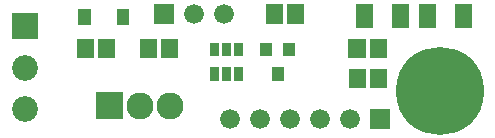
<source format=gbr>
G04 start of page 5 for group -4063 idx -4063 *
G04 Title: (unknown), componentmask *
G04 Creator: pcb 20110918 *
G04 CreationDate: Sun 03 Feb 2013 01:35:00 AM GMT UTC *
G04 For: petersen *
G04 Format: Gerber/RS-274X *
G04 PCB-Dimensions: 170000 48000 *
G04 PCB-Coordinate-Origin: lower left *
%MOIN*%
%FSLAX25Y25*%
%LNTOPMASK*%
%ADD54R,0.0300X0.0300*%
%ADD53R,0.0420X0.0420*%
%ADD52R,0.0572X0.0572*%
%ADD51R,0.0400X0.0400*%
%ADD50C,0.2937*%
%ADD49C,0.0860*%
%ADD48C,0.0900*%
%ADD47C,0.0660*%
%ADD46C,0.0001*%
G54D46*G36*
X57700Y45800D02*Y39200D01*
X64300D01*
Y45800D01*
X57700D01*
G37*
G54D47*X71000Y42500D03*
X81000D03*
X103000Y7500D03*
X93000D03*
X83000D03*
G54D48*X63000Y12000D03*
X53000D03*
G54D46*G36*
X38500Y16500D02*Y7500D01*
X47500D01*
Y16500D01*
X38500D01*
G37*
G36*
X10373Y42745D02*Y34145D01*
X18973D01*
Y42745D01*
X10373D01*
G37*
G54D49*X14673Y24665D03*
Y10886D03*
G54D50*X153000Y17000D03*
G54D46*G36*
X129700Y10800D02*Y4200D01*
X136300D01*
Y10800D01*
X129700D01*
G37*
G54D47*X123000Y7500D03*
X113000D03*
G54D51*X102900Y31000D02*Y30400D01*
X95100Y31000D02*Y30400D01*
X99000Y22800D02*Y22200D01*
G54D52*X149000Y43181D02*Y40819D01*
X160810Y43181D02*Y40819D01*
X132500Y31393D02*Y30607D01*
X125414Y31393D02*Y30607D01*
X139862Y43181D02*Y40819D01*
X128052Y43181D02*Y40819D01*
X132586Y21393D02*Y20607D01*
X125500Y21393D02*Y20607D01*
X105043Y42893D02*Y42107D01*
X97957Y42893D02*Y42107D01*
X63000Y31393D02*Y30607D01*
X55914Y31393D02*Y30607D01*
G54D53*X47400Y42100D02*Y40900D01*
X34500Y42100D02*Y40900D01*
G54D52*X42043Y31393D02*Y30607D01*
G54D54*X78000Y23300D02*Y21700D01*
X81900Y23300D02*Y21700D01*
X85800Y23300D02*Y21700D01*
Y31500D02*Y29900D01*
X81900Y31500D02*Y29900D01*
X78000Y31500D02*Y29900D01*
G54D52*X34957Y31393D02*Y30607D01*
M02*

</source>
